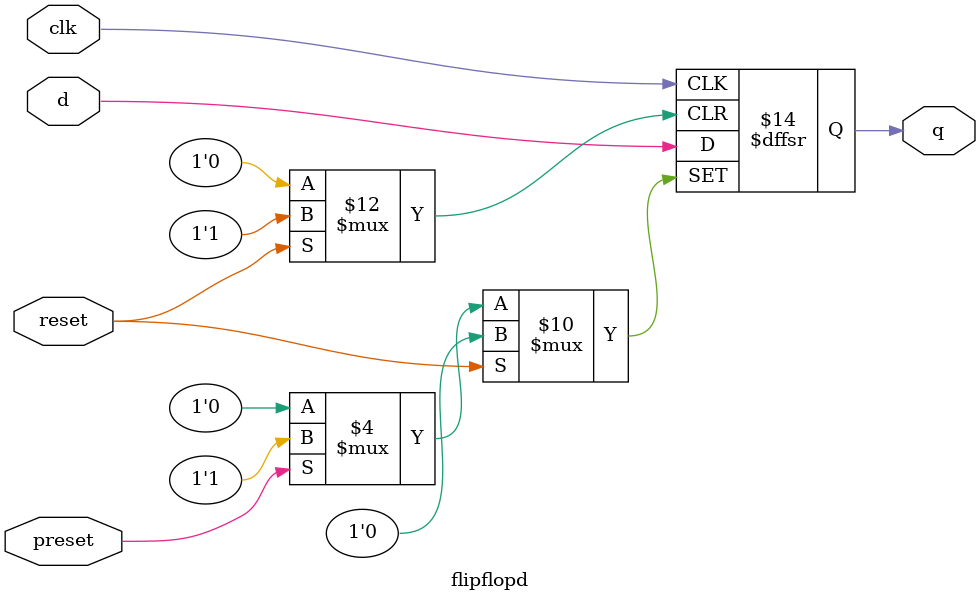
<source format=v>
module flipflopd(clk, d, q, preset, reset);
	input clk, d, preset, reset;
	output reg q;
	
	always @(posedge clk or posedge preset or posedge reset) begin
        if (preset) begin
            q <= 1'b1;  
        end else if (reset) begin
            q <= 1'b0;  
        end else begin
            q <= d;     
        end
    end


endmodule 
</source>
